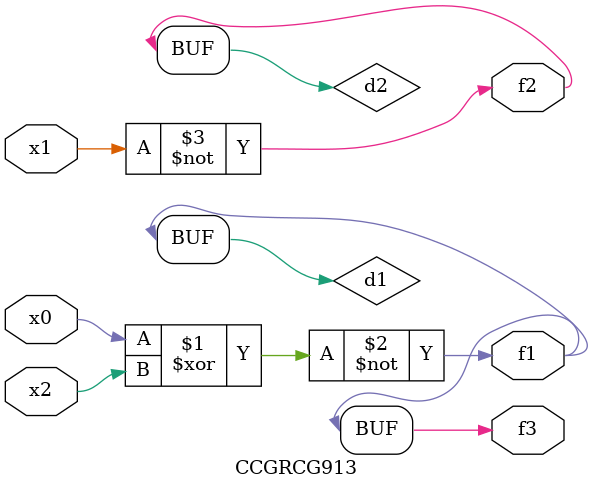
<source format=v>
module CCGRCG913(
	input x0, x1, x2,
	output f1, f2, f3
);

	wire d1, d2, d3;

	xnor (d1, x0, x2);
	nand (d2, x1);
	nor (d3, x1, x2);
	assign f1 = d1;
	assign f2 = d2;
	assign f3 = d1;
endmodule

</source>
